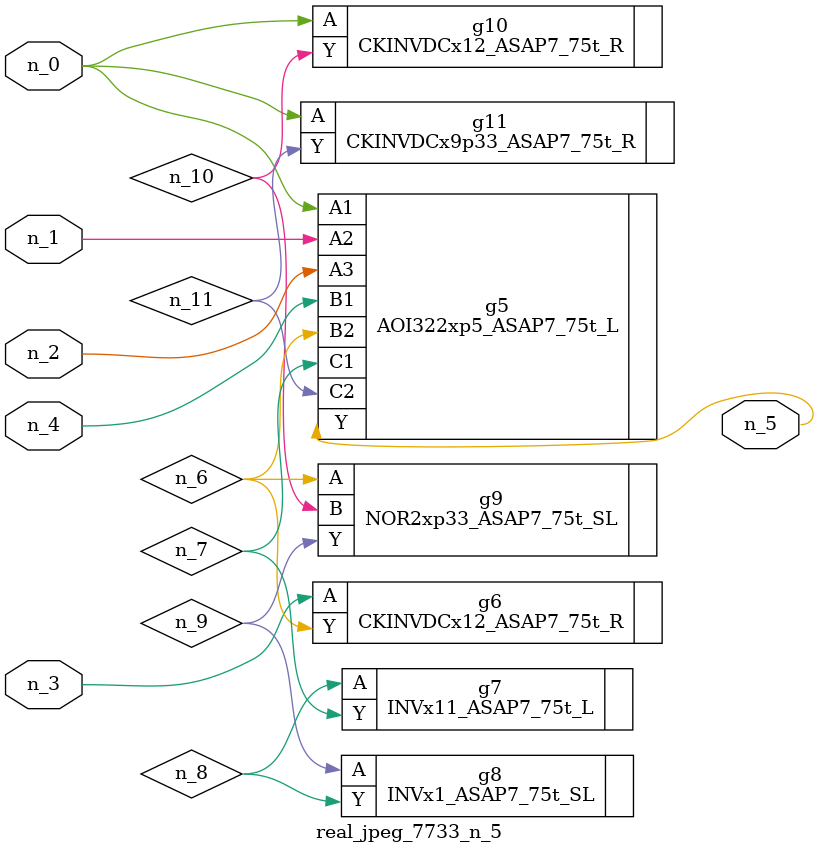
<source format=v>
module real_jpeg_7733_n_5 (n_4, n_0, n_1, n_2, n_3, n_5);

input n_4;
input n_0;
input n_1;
input n_2;
input n_3;

output n_5;

wire n_8;
wire n_11;
wire n_6;
wire n_7;
wire n_10;
wire n_9;

AOI322xp5_ASAP7_75t_L g5 ( 
.A1(n_0),
.A2(n_1),
.A3(n_2),
.B1(n_4),
.B2(n_6),
.C1(n_7),
.C2(n_11),
.Y(n_5)
);

CKINVDCx12_ASAP7_75t_R g10 ( 
.A(n_0),
.Y(n_10)
);

CKINVDCx9p33_ASAP7_75t_R g11 ( 
.A(n_0),
.Y(n_11)
);

CKINVDCx12_ASAP7_75t_R g6 ( 
.A(n_3),
.Y(n_6)
);

NOR2xp33_ASAP7_75t_SL g9 ( 
.A(n_6),
.B(n_10),
.Y(n_9)
);

INVx11_ASAP7_75t_L g7 ( 
.A(n_8),
.Y(n_7)
);

INVx1_ASAP7_75t_SL g8 ( 
.A(n_9),
.Y(n_8)
);


endmodule
</source>
